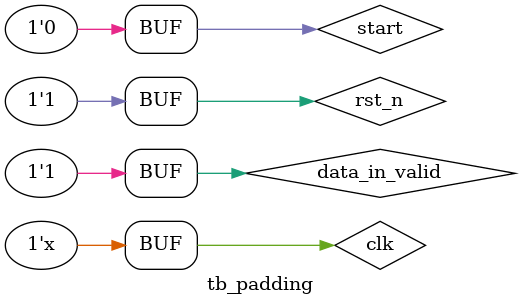
<source format=v>
`timescale 1ns / 1ps


module tb_padding(

    );
	
reg clk, rst_n, start, data_in_valid;
reg [31:0] data_in;
wire data_req, data_out_valid;
wire [31:0] data_out;
	
always #5 clk = ~clk;

always@(posedge clk)
if(data_req & data_in_valid)
	data_in <= data_in + 1;

initial begin
	clk = 1;
	rst_n = 0;
	start = 0;
	data_in = 1;
	data_in_valid = 0;
	
	// start
	#105
	rst_n = 1;
	data_in_valid = 1;
	#100
	start = 1;
	#20
	start = 0;
	
	// infifo数据empty测试
	#2000
	data_in_valid = 0;
	#200
	data_in_valid = 1;
end	

	
padding padding_inst
(
	.clk(clk),
	.rst_n(rst_n),
	.start(start),
	.data_req(data_req),
	.data_in(data_in),
	.data_in_valid(data_in_valid),
	.max_width('d32),
	.max_height('d32),
	.data_out(data_out),
	.data_out_valid(data_out_valid)
);	
	
endmodule

</source>
